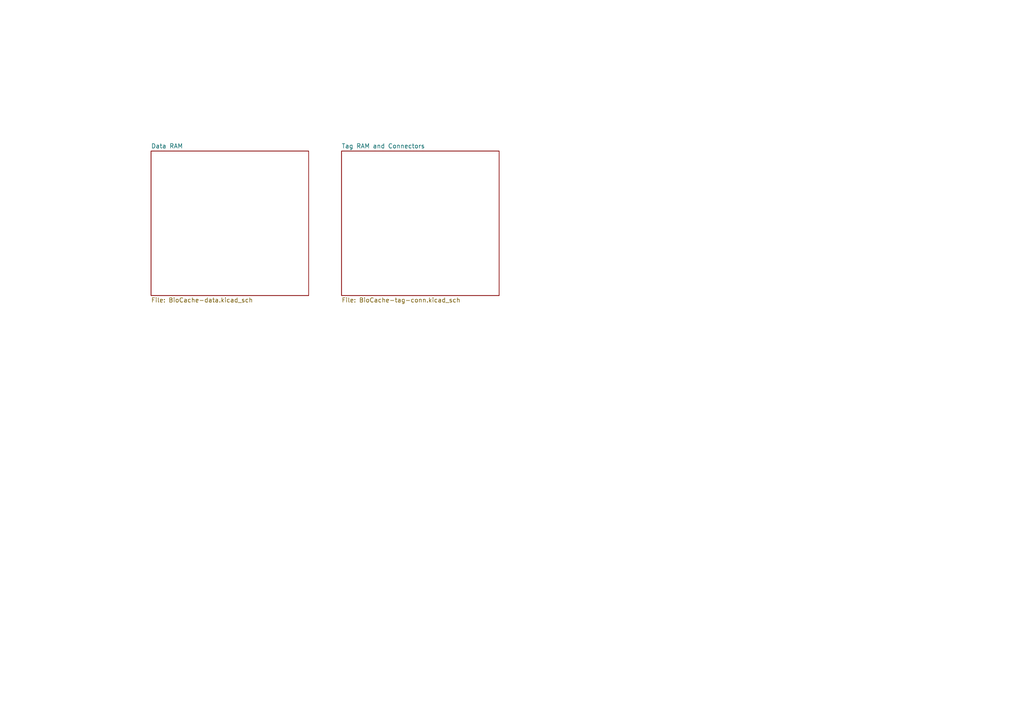
<source format=kicad_sch>
(kicad_sch (version 20211123) (generator eeschema)
  (paper "A4")
  (lib_symbols)
  (sheet (at 43.815 43.815) (size 45.72 41.91) (stroke (width 0.1524))
    (property "Sheet name" "Data RAM" (at 43.815 43.1034 0) (effects (justify left bottom)))
    (property "Sheet file" "BioCache-data.kicad_sch" (at 43.815 86.3096 0) (effects (justify left top)))
  )
  (sheet (at 99.06 43.815) (size 45.72 41.91) (stroke (width 0.1524))
    (property "Sheet name" "Tag RAM and Connectors" (at 99.06 43.1034 0) (effects (justify left bottom)))
    (property "Sheet file" "BioCache-tag-conn.kicad_sch" (at 99.06 86.3096 0) (effects (justify left top)))
  )
)
</source>
